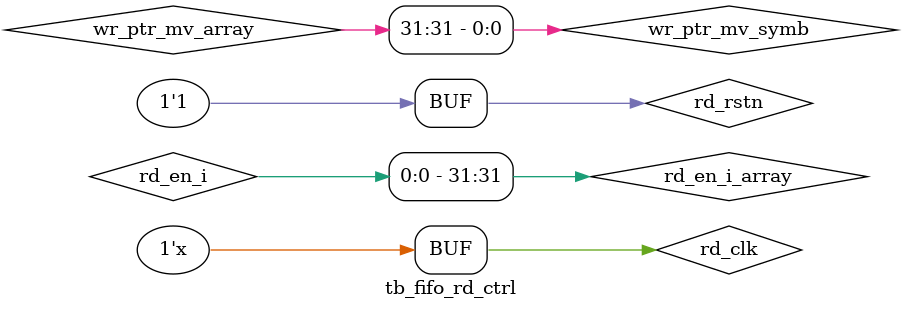
<source format=v>
`timescale 1ns/1ps
`define HALF_CLK_PERIOD 5

module tb_fifo_rd_ctrl;

    localparam                          FIFO_ADDR_WD    =   3   ;

    reg                                 rd_clk          ;
    reg                                 rd_rstn         ;
    wire                                rd_en_i         ;
    wire                                rd_empty_o      ;
    wire   [FIFO_ADDR_WD    -1:0]       rd_ptr_o        ;   // read address
    reg    [FIFO_ADDR_WD    -1:0]       wr_ptr_sync_i   ;   // write address (sync)

    reg    [32              -1:0]       rd_en_i_array   = 32'b00101000000000000000101010101010;
    // reg    [32              -1:0]       rd_en_i_array   = 32'b00111111111111111111111111111111;
    reg    [32              -1:0]       wr_ptr_mv_array = 32'b00001010101010101010001000100010;
    wire                                wr_ptr_mv_symb  ;   // if it is 1'b1, move the write address

   fifo_rd_ctrl #(.FIFO_ADDR_WD(FIFO_ADDR_WD)) fifo_rd_ctrl(
        .rd_clk         (   rd_clk          ),
        .rd_rstn        (   rd_rstn         ),
        .rd_en_i        (   rd_en_i         ),
        .rd_empty_o     (   rd_empty_o      ),
        .rd_ptr_o       (   rd_ptr_o        ),
        .wr_ptr_sync_i  (   wr_ptr_sync_i   )
    );

    assign  rd_en_i         = rd_en_i_array     [32 -1] ;
    assign  wr_ptr_mv_symb  = wr_ptr_mv_array   [32 -1] ;

    // rd_clk
    initial begin
        rd_clk          =   1'b0    ;
    end

    always # (`HALF_CLK_PERIOD) rd_clk = ~ rd_clk;

    // rd_rstn
    initial begin
        rd_rstn         =   1'b0    ;
        # (2.7 * `HALF_CLK_PERIOD);
        rd_rstn         =   1'b1    ;
    end

    // wr_ptr_sync_i
    initial begin
        wr_ptr_sync_i   =   3'b000  ;
    end
    // change the wr_ptr_sync_i signal
    always@(posedge rd_clk) begin
        if(rd_rstn) begin
            if(wr_ptr_mv_symb) begin
                case(wr_ptr_sync_i)
                    3'b000:     wr_ptr_sync_i <= 3'b001;
                    3'b001:     wr_ptr_sync_i <= 3'b011;
                    3'b011:     wr_ptr_sync_i <= 3'b010;
                    3'b010:     wr_ptr_sync_i <= 3'b110;
                    3'b110:     wr_ptr_sync_i <= 3'b111;
                    3'b111:     wr_ptr_sync_i <= 3'b101;
                    3'b101:     wr_ptr_sync_i <= 3'b100;
                    3'b100:     wr_ptr_sync_i <= 3'b000;
                endcase
            end
        end
    end

    // change the rd_en_i & wr_ptr_mv_array
    always@(posedge rd_clk) begin
        if(rd_rstn) begin
            rd_en_i_array   = rd_en_i_array     << 1;
            wr_ptr_mv_array = wr_ptr_mv_array   << 1;
        end
    end

endmodule
</source>
